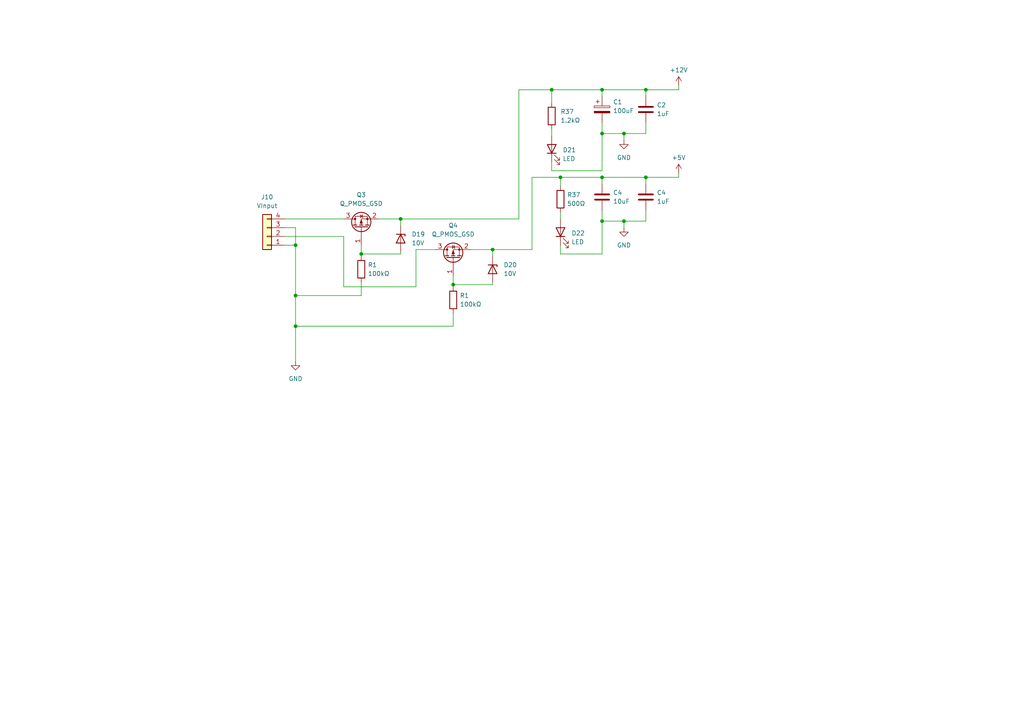
<source format=kicad_sch>
(kicad_sch (version 20230121) (generator eeschema)
  (paper "A4")
  (lib_symbols
    (symbol "Connector_Generic:Conn_01x04" (pin_names (offset 1.016) hide)
      (property "Reference" "J" (at 0 5.08 0))
      (property "Value" "Conn_01x04" (at 0 -7.62 0))
      (symbol "Conn_01x04_1_1"
        (rectangle (start -1.27 -4.953) (end 0 -5.207) (stroke (width 0.1524)))
        (rectangle (start -1.27 -2.413) (end 0 -2.667) (stroke (width 0.1524)))
        (rectangle (start -1.27 0.127) (end 0 -0.127) (stroke (width 0.1524)))
        (rectangle (start -1.27 2.667) (end 0 2.413) (stroke (width 0.1524)))
        (rectangle (start -1.27 3.81) (end 1.27 -6.35) (stroke (width 0.254)) (fill (type background)))
        (pin passive line (at -5.08 2.54 0) (length 3.81) (name "Pin_1") (number "1"))
        (pin passive line (at -5.08 0 0) (length 3.81) (name "Pin_2") (number "2"))
        (pin passive line (at -5.08 -2.54 0) (length 3.81) (name "Pin_3") (number "3"))
        (pin passive line (at -5.08 -5.08 0) (length 3.81) (name "Pin_4") (number "4"))
      )
    )
    (symbol "Device:C" (pin_numbers hide) (pin_names (offset 0.254))
      (property "Reference" "C" (at 0.635 2.54 0))
      (property "Value" "C" (at 0.635 -2.54 0))
      (symbol "C_0_1"
        (polyline (pts (xy -2.032 -0.762) (xy 2.032 -0.762)) (stroke (width 0.508)))
        (polyline (pts (xy -2.032 0.762) (xy 2.032 0.762)) (stroke (width 0.508)))
      )
      (symbol "C_1_1"
        (pin passive line (at 0 3.81 270) (length 2.794) (name "~") (number "1"))
        (pin passive line (at 0 -3.81 90) (length 2.794) (name "~") (number "2"))
      )
    )
    (symbol "Device:C_Polarized" (pin_numbers hide) (pin_names (offset 0.254))
      (property "Reference" "C" (at 0.635 2.54 0))
      (property "Value" "C_Polarized" (at 0.635 -2.54 0))
      (symbol "C_Polarized_0_1"
        (rectangle (start -2.286 0.508) (end 2.286 1.016))
        (polyline (pts (xy -1.778 2.286) (xy -0.762 2.286)))
        (polyline (pts (xy -1.27 2.794) (xy -1.27 1.778)))
        (rectangle (start 2.286 -0.508) (end -2.286 -1.016) (fill (type outline)))
      )
      (symbol "C_Polarized_1_1"
        (pin passive line (at 0 3.81 270) (length 2.794) (name "~") (number "1"))
        (pin passive line (at 0 -3.81 90) (length 2.794) (name "~") (number "2"))
      )
    )
    (symbol "Device:D_Zener" (pin_numbers hide) (pin_names (offset 1.016) hide)
      (property "Reference" "D" (at 0 2.54 0))
      (property "Value" "D_Zener" (at 0 -2.54 0))
      (symbol "D_Zener_0_1"
        (polyline (pts (xy 1.27 0) (xy -1.27 0)))
        (polyline (pts (xy -1.27 -1.27) (xy -1.27 1.27) (xy -0.762 1.27)) (stroke (width 0.254)))
        (polyline (pts (xy 1.27 -1.27) (xy 1.27 1.27) (xy -1.27 0) (xy 1.27 -1.27)) (stroke (width 0.254)))
      )
      (symbol "D_Zener_1_1"
        (pin passive line (at -3.81 0 0) (length 2.54) (name "K") (number "1"))
        (pin passive line (at 3.81 0 180) (length 2.54) (name "A") (number "2"))
      )
    )
    (symbol "Device:LED" (pin_numbers hide) (pin_names (offset 1.016) hide)
      (property "Reference" "D" (at 0 2.54 0))
      (property "Value" "LED" (at 0 -2.54 0))
      (symbol "LED_0_1"
        (polyline (pts (xy -1.27 -1.27) (xy -1.27 1.27)) (stroke (width 0.254)))
        (polyline (pts (xy -1.27 0) (xy 1.27 0)))
        (polyline (pts (xy 1.27 -1.27) (xy 1.27 1.27) (xy -1.27 0) (xy 1.27 -1.27)) (stroke (width 0.254)))
        (polyline (pts (xy -3.048 -0.762) (xy -4.572 -2.286) (xy -3.81 -2.286) (xy -4.572 -2.286) (xy -4.572 -1.524)))
        (polyline (pts (xy -1.778 -0.762) (xy -3.302 -2.286) (xy -2.54 -2.286) (xy -3.302 -2.286) (xy -3.302 -1.524)))
      )
      (symbol "LED_1_1"
        (pin passive line (at -3.81 0 0) (length 2.54) (name "K") (number "1"))
        (pin passive line (at 3.81 0 180) (length 2.54) (name "A") (number "2"))
      )
    )
    (symbol "Device:Q_PMOS_GSD" (pin_names (offset 0) hide)
      (property "Reference" "Q" (at 5.08 1.27 0))
      (property "Value" "Q_PMOS_GSD" (at 5.08 -1.27 0))
      (symbol "Q_PMOS_GSD_0_1"
        (polyline (pts (xy 0.254 0) (xy -2.54 0)))
        (polyline (pts (xy 0.254 1.905) (xy 0.254 -1.905)) (stroke (width 0.254)))
        (polyline (pts (xy 0.762 -1.27) (xy 0.762 -2.286)) (stroke (width 0.254)))
        (polyline (pts (xy 0.762 0.508) (xy 0.762 -0.508)) (stroke (width 0.254)))
        (polyline (pts (xy 0.762 2.286) (xy 0.762 1.27)) (stroke (width 0.254)))
        (polyline (pts (xy 2.54 2.54) (xy 2.54 1.778)))
        (polyline (pts (xy 2.54 -2.54) (xy 2.54 0) (xy 0.762 0)))
        (polyline (pts (xy 0.762 1.778) (xy 3.302 1.778) (xy 3.302 -1.778) (xy 0.762 -1.778)))
        (polyline (pts (xy 2.286 0) (xy 1.27 0.381) (xy 1.27 -0.381) (xy 2.286 0)) (fill (type outline)))
        (polyline (pts (xy 2.794 -0.508) (xy 2.921 -0.381) (xy 3.683 -0.381) (xy 3.81 -0.254)))
        (polyline (pts (xy 3.302 -0.381) (xy 2.921 0.254) (xy 3.683 0.254) (xy 3.302 -0.381)))
        (circle (center 1.651 0) (radius 2.794) (stroke (width 0.254)))
        (circle (center 2.54 -1.778) (radius 0.254) (fill (type outline)))
        (circle (center 2.54 1.778) (radius 0.254) (fill (type outline)))
      )
      (symbol "Q_PMOS_GSD_1_1"
        (pin input line (at -5.08 0 0) (length 2.54) (name "G") (number "1"))
        (pin passive line (at 2.54 -5.08 90) (length 2.54) (name "S") (number "2"))
        (pin passive line (at 2.54 5.08 270) (length 2.54) (name "D") (number "3"))
      )
    )
    (symbol "Device:R" (pin_numbers hide) (pin_names (offset 0))
      (property "Reference" "R" (at 2.032 0 90))
      (property "Value" "R" (at 0 0 90))
      (symbol "R_0_1"
        (rectangle (start -1.016 -2.54) (end 1.016 2.54) (stroke (width 0.254)))
      )
      (symbol "R_1_1"
        (pin passive line (at 0 3.81 270) (length 1.27) (name "~") (number "1"))
        (pin passive line (at 0 -3.81 90) (length 1.27) (name "~") (number "2"))
      )
    )
    (symbol "power:+12V" (power) (pin_names (offset 0))
      (property "Value" "+12V" (at 0 3.556 0))
      (symbol "+12V_0_1"
        (polyline (pts (xy -0.762 1.27) (xy 0 2.54)))
        (polyline (pts (xy 0 0) (xy 0 2.54)))
        (polyline (pts (xy 0 2.54) (xy 0.762 1.27)))
      )
      (symbol "+12V_1_1"
        (pin power_in line (at 0 0 90) (length 0) hide (name "+12V") (number "1"))
      )
    )
    (symbol "power:+5V" (power) (pin_names (offset 0))
      (property "Value" "+5V" (at 0 3.556 0))
      (symbol "+5V_0_1"
        (polyline (pts (xy -0.762 1.27) (xy 0 2.54)))
        (polyline (pts (xy 0 0) (xy 0 2.54)))
        (polyline (pts (xy 0 2.54) (xy 0.762 1.27)))
      )
      (symbol "+5V_1_1"
        (pin power_in line (at 0 0 90) (length 0) hide (name "+5V") (number "1"))
      )
    )
    (symbol "power:GND" (power) (pin_names (offset 0))
      (property "Value" "GND" (at 0 -3.81 0))
      (symbol "GND_0_1"
        (polyline (pts (xy 0 0) (xy 0 -1.27) (xy 1.27 -1.27) (xy 0 -2.54) (xy -1.27 -1.27) (xy 0 -1.27)))
      )
      (symbol "GND_1_1"
        (pin power_in line (at 0 0 270) (length 0) hide (name "GND") (number "1"))
      )
    )
  )
  (junction (at 85.725 71.12))
  (junction (at 131.445 82.55))
  (junction (at 180.975 64.135))
  (junction (at 162.56 51.435))
  (junction (at 85.725 85.725))
  (junction (at 174.625 51.435))
  (junction (at 174.625 38.735))
  (junction (at 116.205 63.5))
  (junction (at 160.02 26.035))
  (junction (at 142.875 72.39))
  (junction (at 104.775 73.66))
  (junction (at 174.625 64.135))
  (junction (at 85.725 94.615))
  (junction (at 180.975 38.735))
  (junction (at 187.325 26.035))
  (junction (at 174.625 26.035))
  (junction (at 187.325 51.435))
  (wire (pts (xy 82.55 66.04) (xy 85.725 66.04)))
  (wire (pts (xy 180.975 38.735) (xy 187.325 38.735)))
  (wire (pts (xy 85.725 94.615) (xy 131.445 94.615)))
  (wire (pts (xy 160.02 49.53) (xy 174.625 49.53)))
  (wire (pts (xy 162.56 71.12) (xy 162.56 73.66)))
  (wire (pts (xy 174.625 60.96) (xy 174.625 64.135)))
  (wire (pts (xy 174.625 38.735) (xy 180.975 38.735)))
  (wire (pts (xy 196.85 24.765) (xy 196.85 26.035)))
  (wire (pts (xy 104.775 73.66) (xy 116.205 73.66)))
  (wire (pts (xy 131.445 90.805) (xy 131.445 94.615)))
  (wire (pts (xy 160.02 37.465) (xy 160.02 39.37)))
  (wire (pts (xy 131.445 82.55) (xy 142.875 82.55)))
  (wire (pts (xy 162.56 61.595) (xy 162.56 63.5)))
  (wire (pts (xy 150.495 26.035) (xy 160.02 26.035)))
  (wire (pts (xy 150.495 63.5) (xy 150.495 26.035)))
  (wire (pts (xy 131.445 80.01) (xy 131.445 82.55)))
  (wire (pts (xy 187.325 51.435) (xy 174.625 51.435)))
  (wire (pts (xy 82.55 71.12) (xy 85.725 71.12)))
  (wire (pts (xy 99.695 83.185) (xy 120.65 83.185)))
  (wire (pts (xy 136.525 72.39) (xy 142.875 72.39)))
  (wire (pts (xy 154.305 51.435) (xy 162.56 51.435)))
  (wire (pts (xy 116.205 73.025) (xy 116.205 73.66)))
  (wire (pts (xy 180.975 64.135) (xy 187.325 64.135)))
  (wire (pts (xy 196.85 51.435) (xy 187.325 51.435)))
  (wire (pts (xy 187.325 38.735) (xy 187.325 35.56)))
  (wire (pts (xy 142.875 72.39) (xy 154.305 72.39)))
  (wire (pts (xy 99.695 68.58) (xy 99.695 83.185)))
  (wire (pts (xy 174.625 51.435) (xy 174.625 53.34)))
  (wire (pts (xy 180.975 64.135) (xy 180.975 66.04)))
  (wire (pts (xy 174.625 35.56) (xy 174.625 38.735)))
  (wire (pts (xy 187.325 51.435) (xy 187.325 53.34)))
  (wire (pts (xy 104.775 85.725) (xy 85.725 85.725)))
  (wire (pts (xy 187.325 26.035) (xy 174.625 26.035)))
  (wire (pts (xy 162.56 51.435) (xy 162.56 53.975)))
  (wire (pts (xy 104.775 73.66) (xy 104.775 74.295)))
  (wire (pts (xy 196.85 50.165) (xy 196.85 51.435)))
  (wire (pts (xy 174.625 26.035) (xy 174.625 27.94)))
  (wire (pts (xy 85.725 85.725) (xy 85.725 94.615)))
  (wire (pts (xy 162.56 73.66) (xy 174.625 73.66)))
  (wire (pts (xy 116.205 63.5) (xy 116.205 65.405)))
  (wire (pts (xy 187.325 64.135) (xy 187.325 60.96)))
  (wire (pts (xy 196.85 26.035) (xy 187.325 26.035)))
  (wire (pts (xy 142.875 72.39) (xy 142.875 74.295)))
  (wire (pts (xy 174.625 64.135) (xy 180.975 64.135)))
  (wire (pts (xy 104.775 81.915) (xy 104.775 85.725)))
  (wire (pts (xy 82.55 63.5) (xy 99.695 63.5)))
  (wire (pts (xy 85.725 94.615) (xy 85.725 104.775)))
  (wire (pts (xy 109.855 63.5) (xy 116.205 63.5)))
  (wire (pts (xy 104.775 71.12) (xy 104.775 73.66)))
  (wire (pts (xy 187.325 26.035) (xy 187.325 27.94)))
  (wire (pts (xy 160.02 46.99) (xy 160.02 49.53)))
  (wire (pts (xy 82.55 68.58) (xy 99.695 68.58)))
  (wire (pts (xy 160.02 26.035) (xy 160.02 29.845)))
  (wire (pts (xy 142.875 81.915) (xy 142.875 82.55)))
  (wire (pts (xy 85.725 71.12) (xy 85.725 85.725)))
  (wire (pts (xy 174.625 49.53) (xy 174.625 38.735)))
  (wire (pts (xy 162.56 51.435) (xy 174.625 51.435)))
  (wire (pts (xy 160.02 26.035) (xy 174.625 26.035)))
  (wire (pts (xy 154.305 72.39) (xy 154.305 51.435)))
  (wire (pts (xy 174.625 73.66) (xy 174.625 64.135)))
  (wire (pts (xy 85.725 66.04) (xy 85.725 71.12)))
  (wire (pts (xy 131.445 82.55) (xy 131.445 83.185)))
  (wire (pts (xy 120.65 83.185) (xy 120.65 72.39)))
  (wire (pts (xy 116.205 63.5) (xy 150.495 63.5)))
  (wire (pts (xy 180.975 38.735) (xy 180.975 40.64)))
  (wire (pts (xy 120.65 72.39) (xy 126.365 72.39)))
  (symbol (lib_id "Device:C") (at 187.325 57.15 0) (unit 1)
    (property "Reference" "C4" (at 190.5 55.88 0) (effects (justify left)))
    (property "Value" "1uF" (at 190.5 58.42 0) (effects (justify left)))
    (property "Footprint" "Capacitor_SMD:C_0805_2012Metric" (effects hide))
    (instances (project "ValveServoI2C" (path "" (reference "C4") (unit 1)) (path "" (reference "C8") (unit 1)) (path "" (reference "C12") (unit 1)) (path "" (reference "C16") (unit 1)) (path "" (reference "C18") (unit 1))))
  )
  (symbol (lib_id "Device:LED") (at 162.56 67.31 90) (unit 1)
    (property "Reference" "D22" (at 165.735 67.6275 90) (effects (justify right)))
    (property "Value" "LED" (at 165.735 70.1675 90) (effects (justify right)))
    (property "Footprint" "LED_SMD:LED_0805_2012Metric" (effects hide))
    (instances (project "ValveServoI2C" (path "" (reference "D22") (unit 1)) (path "" (reference "D1") (unit 1))))
  )
  (symbol (lib_id "Connector_Generic:Conn_01x04") (at 77.47 68.58 180) (unit 1)
    (property "Reference" "J10" (at 77.47 57.15 0))
    (property "Value" "VInput" (at 77.47 59.69 0))
    (property "Footprint" "TerminalBlock:TerminalBlock_bornier-4_P5.08mm" (effects hide))
  )
  (symbol (lib_id "Device:C") (at 174.625 57.15 0) (unit 1)
    (property "Reference" "C4" (at 177.8 55.88 0) (effects (justify left)))
    (property "Value" "10uF" (at 177.8 58.42 0) (effects (justify left)))
    (property "Footprint" "Capacitor_SMD:C_0805_2012Metric" (effects hide))
    (instances (project "ValveServoI2C" (path "" (reference "C4") (unit 1)) (path "" (reference "C8") (unit 1)) (path "" (reference "C12") (unit 1)) (path "" (reference "C16") (unit 1)) (path "" (reference "C16") (unit 1))))
  )
  (symbol (lib_id "power:GND") (at 180.975 66.04 0) (unit 1)
    (property "Reference" "#PWR021" (effects hide))
    (property "Value" "GND" (at 180.975 71.12 0))
    (instances (project "ValveServoI2C" (path "" (reference "#PWR021") (unit 1)) (path "" (reference "#PWR026") (unit 1)) (path "" (reference "#PWR048") (unit 1)) (path "" (reference "#PWR070") (unit 1)) (path "" (reference "#PWR061") (unit 1))))
  )
  (symbol (lib_id "Device:LED") (at 160.02 43.18 90) (unit 1)
    (property "Reference" "D21" (at 163.195 43.4975 90) (effects (justify right)))
    (property "Value" "LED" (at 163.195 46.0375 90) (effects (justify right)))
    (property "Footprint" "LED_SMD:LED_0805_2012Metric" (effects hide))
    (instances (project "ValveServoI2C" (path "" (reference "D21") (unit 1)) (path "" (reference "D1") (unit 1))))
  )
  (symbol (lib_id "Device:C") (at 187.325 31.75 0) (unit 1)
    (property "Reference" "C2" (at 190.5 30.48 0) (effects (justify left)))
    (property "Value" "1uF" (at 190.5 33.02 0) (effects (justify left)))
    (property "Footprint" "Capacitor_SMD:C_0805_2012Metric" (effects hide))
    (instances (project "ValveServoI2C" (path "" (reference "C2") (unit 1)) (path "" (reference "C7") (unit 1)) (path "" (reference "C11") (unit 1)) (path "" (reference "C15") (unit 1)) (path "" (reference "C17") (unit 1))))
  )
  (symbol (lib_id "power:+5V") (at 196.85 50.165 0) (unit 1)
    (property "Reference" "#PWR022" (effects hide))
    (property "Value" "+5V" (at 196.85 45.72 0))
    (instances (project "ValveServoI2C" (path "" (reference "#PWR022") (unit 1)) (path "" (reference "#PWR028") (unit 1)) (path "" (reference "#PWR050") (unit 1)) (path "" (reference "#PWR072") (unit 1)) (path "" (reference "#PWR063") (unit 1))))
  )
  (symbol (lib_id "Device:R") (at 104.775 78.105 180) (unit 1)
    (property "Reference" "R1" (at 106.68 76.835 0) (effects (justify right)))
    (property "Value" "100kΩ" (at 106.68 79.375 0) (effects (justify right)))
    (property "Footprint" "Resistor_SMD:R_0805_2012Metric" (effects hide))
    (instances (project "ValveServoI2C" (path "" (reference "R1") (unit 1)) (path "" (reference "R9") (unit 1)) (path "" (reference "R12") (unit 1)) (path "" (reference "R21") (unit 1)) (path "" (reference "R15") (unit 1)) (path "" (reference "R30") (unit 1)) (path "" (reference "R36") (unit 1)) (path "" (reference "R42") (unit 1)) (path "" (reference "R48") (unit 1)) (path "" (reference "R50") (unit 1)) (path "" (reference "R63") (unit 1)) (path "" (reference "R45") (unit 1))))
  )
  (symbol (lib_id "Device:R") (at 131.445 86.995 180) (unit 1)
    (property "Reference" "R1" (at 133.35 85.725 0) (effects (justify right)))
    (property "Value" "100kΩ" (at 133.35 88.265 0) (effects (justify right)))
    (property "Footprint" "Resistor_SMD:R_0805_2012Metric" (effects hide))
    (instances (project "ValveServoI2C" (path "" (reference "R1") (unit 1)) (path "" (reference "R9") (unit 1)) (path "" (reference "R12") (unit 1)) (path "" (reference "R21") (unit 1)) (path "" (reference "R15") (unit 1)) (path "" (reference "R30") (unit 1)) (path "" (reference "R36") (unit 1)) (path "" (reference "R42") (unit 1)) (path "" (reference "R48") (unit 1)) (path "" (reference "R50") (unit 1)) (path "" (reference "R63") (unit 1)) (path "" (reference "R46") (unit 1))))
  )
  (symbol (lib_id "Device:R") (at 162.56 57.785 180) (unit 1)
    (property "Reference" "R37" (at 164.465 56.515 0) (effects (justify right)))
    (property "Value" "500Ω" (at 164.465 59.055 0) (effects (justify right)))
    (property "Footprint" "Resistor_SMD:R_0805_2012Metric" (effects hide))
    (instances (project "ValveServoI2C" (path "" (reference "R37") (unit 1)) (path "" (reference "R48") (unit 1))))
  )
  (symbol (lib_id "Device:Q_PMOS_GSD") (at 131.445 74.93 90) (unit 1)
    (property "Reference" "Q4" (at 131.445 65.405 90))
    (property "Value" "Q_PMOS_GSD" (at 131.445 67.945 90))
    (property "Footprint" "Package_TO_SOT_SMD:SOT-23" (effects hide))
  )
  (symbol (lib_id "Device:D_Zener") (at 142.875 78.105 270) (unit 1)
    (property "Reference" "D20" (at 146.05 76.835 90) (effects (justify left)))
    (property "Value" "10V" (at 146.05 79.375 90) (effects (justify left)))
    (property "Footprint" "Diode_SMD:D_SOD-123" (effects hide))
  )
  (symbol (lib_id "Device:C_Polarized") (at 174.625 31.75 0) (unit 1)
    (property "Reference" "C1" (at 177.8 29.591 0) (effects (justify left)))
    (property "Value" "100uF" (at 177.8 32.131 0) (effects (justify left)))
    (property "Footprint" "Capacitor_SMD:CP_Elec_8x11.9" (effects hide))
    (instances (project "ValveServoI2C" (path "" (reference "C1") (unit 1)) (path "" (reference "C5") (unit 1)) (path "" (reference "C9") (unit 1)) (path "" (reference "C13") (unit 1)) (path "" (reference "C15") (unit 1))))
  )
  (symbol (lib_id "power:+12V") (at 196.85 24.765 0) (unit 1)
    (property "Reference" "#PWR019" (effects hide))
    (property "Value" "+12V" (at 196.85 20.32 0))
    (instances (project "ValveServoI2C" (path "" (reference "#PWR019") (unit 1)) (path "" (reference "#PWR027") (unit 1)) (path "" (reference "#PWR049") (unit 1)) (path "" (reference "#PWR071") (unit 1)) (path "" (reference "#PWR062") (unit 1))))
  )
  (symbol (lib_id "power:GND") (at 180.975 40.64 0) (unit 1)
    (property "Reference" "#PWR020" (effects hide))
    (property "Value" "GND" (at 180.975 45.72 0))
    (instances (project "ValveServoI2C" (path "" (reference "#PWR020") (unit 1)) (path "" (reference "#PWR025") (unit 1)) (path "" (reference "#PWR047") (unit 1)) (path "" (reference "#PWR069") (unit 1)) (path "" (reference "#PWR060") (unit 1))))
  )
  (symbol (lib_id "Device:R") (at 160.02 33.655 180) (unit 1)
    (property "Reference" "R37" (at 162.56 32.385 0) (effects (justify right)))
    (property "Value" "1.2kΩ" (at 162.56 34.925 0) (effects (justify right)))
    (property "Footprint" "Resistor_SMD:R_0805_2012Metric" (effects hide))
    (instances (project "ValveServoI2C" (path "" (reference "R37") (unit 1)) (path "" (reference "R47") (unit 1))))
  )
  (symbol (lib_id "power:GND") (at 85.725 104.775 0) (unit 1)
    (property "Reference" "#PWR020" (effects hide))
    (property "Value" "GND" (at 85.725 109.855 0))
    (instances (project "ValveServoI2C" (path "" (reference "#PWR020") (unit 1)) (path "" (reference "#PWR025") (unit 1)) (path "" (reference "#PWR047") (unit 1)) (path "" (reference "#PWR069") (unit 1)) (path "" (reference "#PWR059") (unit 1))))
  )
  (symbol (lib_id "Device:Q_PMOS_GSD") (at 104.775 66.04 90) (unit 1)
    (property "Reference" "Q3" (at 104.775 56.515 90))
    (property "Value" "Q_PMOS_GSD" (at 104.775 59.055 90))
    (property "Footprint" "Package_TO_SOT_SMD:SOT-23" (effects hide))
  )
  (symbol (lib_id "Device:D_Zener") (at 116.205 69.215 270) (unit 1)
    (property "Reference" "D19" (at 119.38 67.945 90) (effects (justify left)))
    (property "Value" "10V" (at 119.38 70.485 90) (effects (justify left)))
    (property "Footprint" "Diode_SMD:D_SOD-123" (effects hide))
  )
)
</source>
